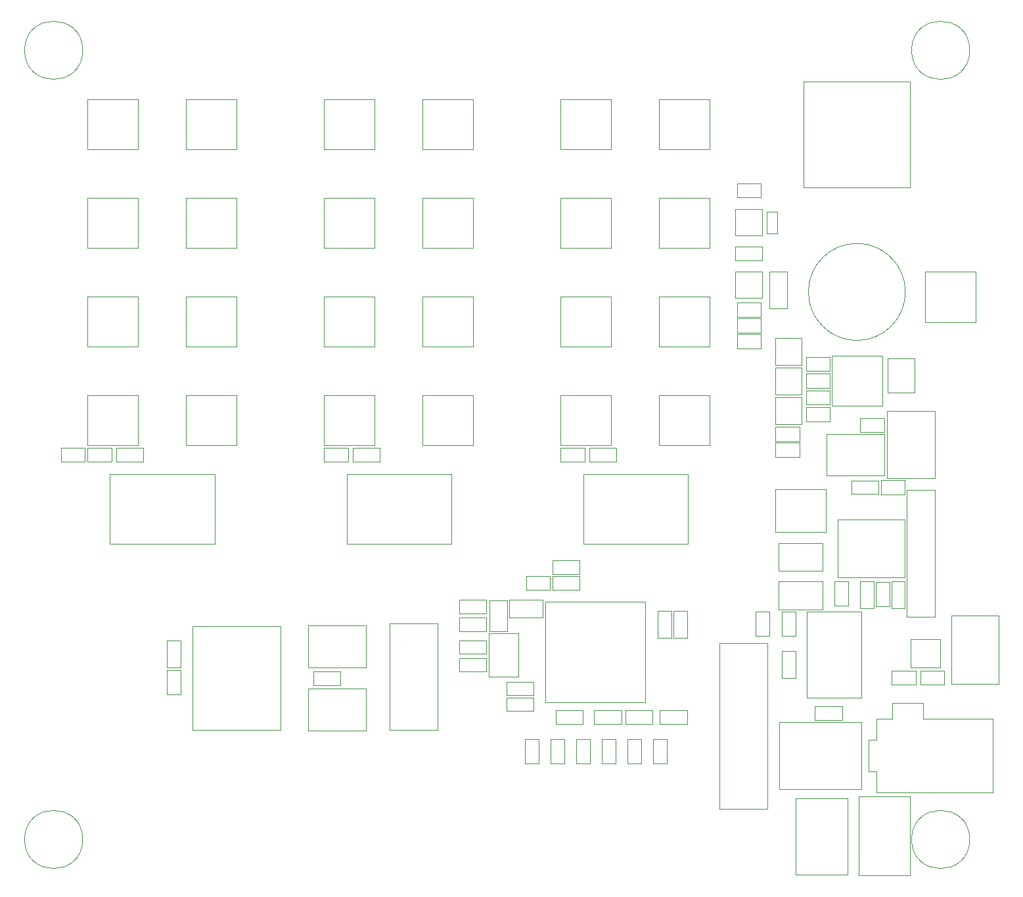
<source format=gbr>
G04 #@! TF.GenerationSoftware,KiCad,Pcbnew,(5.0.1-3-g963ef8bb5)*
G04 #@! TF.CreationDate,2018-10-27T20:23:32-05:00*
G04 #@! TF.ProjectId,kbxBinaryClock.v4,6B627842696E617279436C6F636B2E76,rev?*
G04 #@! TF.SameCoordinates,Original*
G04 #@! TF.FileFunction,Other,User*
%FSLAX46Y46*%
G04 Gerber Fmt 4.6, Leading zero omitted, Abs format (unit mm)*
G04 Created by KiCad (PCBNEW (5.0.1-3-g963ef8bb5)) date Saturday, October 27, 2018 at 08:23:32 PM*
%MOMM*%
%LPD*%
G01*
G04 APERTURE LIST*
%ADD10C,0.050000*%
G04 APERTURE END LIST*
D10*
G04 #@! TO.C,U7*
X133143000Y-113442000D02*
X133143000Y-118842000D01*
X140603000Y-113442000D02*
X140603000Y-118842000D01*
X133143000Y-113442000D02*
X140603000Y-113442000D01*
X133143000Y-118842000D02*
X140603000Y-118842000D01*
G04 #@! TO.C,U5*
X118201000Y-113506000D02*
X129601000Y-113506000D01*
X129601000Y-113506000D02*
X129601000Y-126906000D01*
X129601000Y-126906000D02*
X118201000Y-126906000D01*
X118201000Y-126906000D02*
X118201000Y-113506000D01*
G04 #@! TO.C,U1*
X163677000Y-110395000D02*
X163677000Y-123295000D01*
X176577000Y-110395000D02*
X176577000Y-123295000D01*
X163677000Y-110395000D02*
X176577000Y-110395000D01*
X163677000Y-123295000D02*
X176577000Y-123295000D01*
G04 #@! TO.C,R3*
X200903000Y-110836000D02*
X200903000Y-107736000D01*
X200903000Y-110836000D02*
X202703000Y-110836000D01*
X202703000Y-107736000D02*
X200903000Y-107736000D01*
X202703000Y-107736000D02*
X202703000Y-110836000D01*
G04 #@! TO.C,R8*
X206237000Y-110958000D02*
X206237000Y-107858000D01*
X206237000Y-110958000D02*
X208037000Y-110958000D01*
X208037000Y-107858000D02*
X206237000Y-107858000D01*
X208037000Y-107858000D02*
X208037000Y-110958000D01*
G04 #@! TO.C,C22*
X208289000Y-111208000D02*
X208289000Y-107708000D01*
X208289000Y-111208000D02*
X210039000Y-111208000D01*
X210039000Y-107708000D02*
X208289000Y-107708000D01*
X210039000Y-107708000D02*
X210039000Y-111208000D01*
G04 #@! TO.C,R7*
X190743000Y-114773000D02*
X190743000Y-111673000D01*
X190743000Y-114773000D02*
X192543000Y-114773000D01*
X192543000Y-111673000D02*
X190743000Y-111673000D01*
X192543000Y-111673000D02*
X192543000Y-114773000D01*
G04 #@! TO.C,R6*
X194172000Y-114773000D02*
X194172000Y-111673000D01*
X194172000Y-114773000D02*
X195972000Y-114773000D01*
X195972000Y-111673000D02*
X194172000Y-111673000D01*
X195972000Y-111673000D02*
X195972000Y-114773000D01*
G04 #@! TO.C,C5*
X205985000Y-107708000D02*
X205985000Y-111208000D01*
X205985000Y-107708000D02*
X204235000Y-107708000D01*
X204235000Y-111208000D02*
X205985000Y-111208000D01*
X204235000Y-111208000D02*
X204235000Y-107708000D01*
G04 #@! TO.C,P2*
X201395000Y-99805000D02*
X201395000Y-107205000D01*
X201395000Y-107205000D02*
X209995000Y-107205000D01*
X209995000Y-107205000D02*
X209995000Y-99805000D01*
X209995000Y-99805000D02*
X201395000Y-99805000D01*
G04 #@! TO.C,C13*
X164604000Y-105038000D02*
X168104000Y-105038000D01*
X164604000Y-105038000D02*
X164604000Y-106788000D01*
X168104000Y-106788000D02*
X168104000Y-105038000D01*
X168104000Y-106788000D02*
X164604000Y-106788000D01*
G04 #@! TO.C,U8*
X133143000Y-121570000D02*
X133143000Y-126970000D01*
X140603000Y-121570000D02*
X140603000Y-126970000D01*
X133143000Y-121570000D02*
X140603000Y-121570000D01*
X133143000Y-126970000D02*
X140603000Y-126970000D01*
G04 #@! TO.C,R20*
X200371000Y-80656000D02*
X197271000Y-80656000D01*
X200371000Y-80656000D02*
X200371000Y-78856000D01*
X197271000Y-78856000D02*
X197271000Y-80656000D01*
X197271000Y-78856000D02*
X200371000Y-78856000D01*
G04 #@! TO.C,Q5*
X193308000Y-84038500D02*
X196708000Y-84038500D01*
X196708000Y-84038500D02*
X196708000Y-87538500D01*
X196708000Y-87538500D02*
X193308000Y-87538500D01*
X193308000Y-87538500D02*
X193308000Y-84038500D01*
G04 #@! TO.C,R22*
X197271000Y-83174000D02*
X200371000Y-83174000D01*
X197271000Y-83174000D02*
X197271000Y-84974000D01*
X200371000Y-84974000D02*
X200371000Y-83174000D01*
X200371000Y-84974000D02*
X197271000Y-84974000D01*
G04 #@! TO.C,R21*
X197271000Y-81015000D02*
X200371000Y-81015000D01*
X197271000Y-81015000D02*
X197271000Y-82815000D01*
X200371000Y-82815000D02*
X200371000Y-81015000D01*
X200371000Y-82815000D02*
X197271000Y-82815000D01*
G04 #@! TO.C,C21*
X133775000Y-119326000D02*
X137275000Y-119326000D01*
X133775000Y-119326000D02*
X133775000Y-121076000D01*
X137275000Y-121076000D02*
X137275000Y-119326000D01*
X137275000Y-121076000D02*
X133775000Y-121076000D01*
G04 #@! TO.C,R27*
X196429000Y-89673000D02*
X193329000Y-89673000D01*
X196429000Y-89673000D02*
X196429000Y-87873000D01*
X193329000Y-87873000D02*
X193329000Y-89673000D01*
X193329000Y-87873000D02*
X196429000Y-87873000D01*
G04 #@! TO.C,Q4*
X193292000Y-80226000D02*
X196692000Y-80226000D01*
X196692000Y-80226000D02*
X196692000Y-83726000D01*
X196692000Y-83726000D02*
X193292000Y-83726000D01*
X193292000Y-83726000D02*
X193292000Y-80226000D01*
G04 #@! TO.C,R26*
X196434000Y-91705000D02*
X193334000Y-91705000D01*
X196434000Y-91705000D02*
X196434000Y-89905000D01*
X193334000Y-89905000D02*
X193334000Y-91705000D01*
X193334000Y-89905000D02*
X196434000Y-89905000D01*
G04 #@! TO.C,R13*
X176033000Y-128051000D02*
X176033000Y-131151000D01*
X176033000Y-128051000D02*
X174233000Y-128051000D01*
X174233000Y-131151000D02*
X176033000Y-131151000D01*
X174233000Y-131151000D02*
X174233000Y-128051000D01*
G04 #@! TO.C,R14*
X179335000Y-128051000D02*
X179335000Y-131151000D01*
X179335000Y-128051000D02*
X177535000Y-128051000D01*
X177535000Y-131151000D02*
X179335000Y-131151000D01*
X177535000Y-131151000D02*
X177535000Y-128051000D01*
G04 #@! TO.C,C7*
X162167000Y-124451000D02*
X158667000Y-124451000D01*
X162167000Y-124451000D02*
X162167000Y-122701000D01*
X158667000Y-122701000D02*
X158667000Y-124451000D01*
X158667000Y-122701000D02*
X162167000Y-122701000D01*
G04 #@! TO.C,C2*
X156071000Y-119371000D02*
X152571000Y-119371000D01*
X156071000Y-119371000D02*
X156071000Y-117621000D01*
X152571000Y-117621000D02*
X152571000Y-119371000D01*
X152571000Y-117621000D02*
X156071000Y-117621000D01*
G04 #@! TO.C,SB1*
X159013000Y-112402000D02*
X159013000Y-110102000D01*
X159013000Y-110102000D02*
X163313000Y-110102000D01*
X163313000Y-110102000D02*
X163313000Y-112402000D01*
X163313000Y-112402000D02*
X159013000Y-112402000D01*
G04 #@! TO.C,Y1*
X156388000Y-120009000D02*
X160188000Y-120009000D01*
X160188000Y-120009000D02*
X160188000Y-114409000D01*
X160188000Y-114409000D02*
X156388000Y-114409000D01*
X156388000Y-114409000D02*
X156388000Y-120009000D01*
G04 #@! TO.C,C1*
X156071000Y-117085000D02*
X152571000Y-117085000D01*
X156071000Y-117085000D02*
X156071000Y-115335000D01*
X152571000Y-115335000D02*
X152571000Y-117085000D01*
X152571000Y-115335000D02*
X156071000Y-115335000D01*
G04 #@! TO.C,C6*
X162167000Y-122419000D02*
X158667000Y-122419000D01*
X162167000Y-122419000D02*
X162167000Y-120669000D01*
X158667000Y-120669000D02*
X158667000Y-122419000D01*
X158667000Y-120669000D02*
X162167000Y-120669000D01*
G04 #@! TO.C,C4*
X152571000Y-112404000D02*
X156071000Y-112404000D01*
X152571000Y-112404000D02*
X152571000Y-114154000D01*
X156071000Y-114154000D02*
X156071000Y-112404000D01*
X156071000Y-114154000D02*
X152571000Y-114154000D01*
G04 #@! TO.C,Y2*
X158757000Y-110161000D02*
X158757000Y-114161000D01*
X156457000Y-110161000D02*
X156457000Y-114161000D01*
X158757000Y-110161000D02*
X156457000Y-110161000D01*
X158757000Y-114161000D02*
X156457000Y-114161000D01*
G04 #@! TO.C,MH1*
X104080000Y-140970000D02*
G75*
G03X104080000Y-140970000I-3750000J0D01*
G01*
G04 #@! TO.C,C3*
X156071000Y-111878000D02*
X152571000Y-111878000D01*
X156071000Y-111878000D02*
X156071000Y-110128000D01*
X152571000Y-110128000D02*
X152571000Y-111878000D01*
X152571000Y-110128000D02*
X156071000Y-110128000D01*
G04 #@! TO.C,R11*
X169429000Y-128051000D02*
X169429000Y-131151000D01*
X169429000Y-128051000D02*
X167629000Y-128051000D01*
X167629000Y-131151000D02*
X169429000Y-131151000D01*
X167629000Y-131151000D02*
X167629000Y-128051000D01*
G04 #@! TO.C,C14*
X169970000Y-124342000D02*
X173470000Y-124342000D01*
X169970000Y-124342000D02*
X169970000Y-126092000D01*
X173470000Y-126092000D02*
X173470000Y-124342000D01*
X173470000Y-126092000D02*
X169970000Y-126092000D01*
G04 #@! TO.C,R10*
X166127000Y-128051000D02*
X166127000Y-131151000D01*
X166127000Y-128051000D02*
X164327000Y-128051000D01*
X164327000Y-131151000D02*
X166127000Y-131151000D01*
X164327000Y-131151000D02*
X164327000Y-128051000D01*
G04 #@! TO.C,R12*
X172731000Y-128051000D02*
X172731000Y-131151000D01*
X172731000Y-128051000D02*
X170931000Y-128051000D01*
X170931000Y-131151000D02*
X172731000Y-131151000D01*
X170931000Y-131151000D02*
X170931000Y-128051000D01*
G04 #@! TO.C,R9*
X162825000Y-128051000D02*
X162825000Y-131151000D01*
X162825000Y-128051000D02*
X161025000Y-128051000D01*
X161025000Y-131151000D02*
X162825000Y-131151000D01*
X161025000Y-131151000D02*
X161025000Y-128051000D01*
G04 #@! TO.C,C11*
X177502000Y-126102000D02*
X174002000Y-126102000D01*
X177502000Y-126102000D02*
X177502000Y-124352000D01*
X174002000Y-124352000D02*
X174002000Y-126102000D01*
X174002000Y-124352000D02*
X177502000Y-124352000D01*
G04 #@! TO.C,C10*
X168517000Y-126102000D02*
X165017000Y-126102000D01*
X168517000Y-126102000D02*
X168517000Y-124352000D01*
X165017000Y-124352000D02*
X165017000Y-126102000D01*
X165017000Y-124352000D02*
X168517000Y-124352000D01*
G04 #@! TO.C,C12*
X164604000Y-107070000D02*
X168104000Y-107070000D01*
X164604000Y-107070000D02*
X164604000Y-108820000D01*
X168104000Y-108820000D02*
X168104000Y-107070000D01*
X168104000Y-108820000D02*
X164604000Y-108820000D01*
G04 #@! TO.C,C8*
X179950000Y-111518000D02*
X179950000Y-115018000D01*
X179950000Y-111518000D02*
X178200000Y-111518000D01*
X178200000Y-115018000D02*
X179950000Y-115018000D01*
X178200000Y-115018000D02*
X178200000Y-111518000D01*
G04 #@! TO.C,C9*
X181982000Y-111518000D02*
X181982000Y-115018000D01*
X181982000Y-111518000D02*
X180232000Y-111518000D01*
X180232000Y-115018000D02*
X181982000Y-115018000D01*
X180232000Y-115018000D02*
X180232000Y-111518000D01*
G04 #@! TO.C,C15*
X178447000Y-124342000D02*
X181947000Y-124342000D01*
X178447000Y-124342000D02*
X178447000Y-126092000D01*
X181947000Y-126092000D02*
X181947000Y-124342000D01*
X181947000Y-126092000D02*
X178447000Y-126092000D01*
G04 #@! TO.C,R23*
X161203000Y-107050000D02*
X164303000Y-107050000D01*
X161203000Y-107050000D02*
X161203000Y-108850000D01*
X164303000Y-108850000D02*
X164303000Y-107050000D01*
X164303000Y-108850000D02*
X161203000Y-108850000D01*
G04 #@! TO.C,R24*
X114924000Y-122261000D02*
X114924000Y-119161000D01*
X114924000Y-122261000D02*
X116724000Y-122261000D01*
X116724000Y-119161000D02*
X114924000Y-119161000D01*
X116724000Y-119161000D02*
X116724000Y-122261000D01*
G04 #@! TO.C,C19*
X114944000Y-118860000D02*
X114944000Y-115360000D01*
X114944000Y-118860000D02*
X116694000Y-118860000D01*
X116694000Y-115360000D02*
X114944000Y-115360000D01*
X116694000Y-115360000D02*
X116694000Y-118860000D01*
G04 #@! TO.C,C16*
X108375000Y-90560000D02*
X111875000Y-90560000D01*
X108375000Y-90560000D02*
X108375000Y-92310000D01*
X111875000Y-92310000D02*
X111875000Y-90560000D01*
X111875000Y-92310000D02*
X108375000Y-92310000D01*
G04 #@! TO.C,R15*
X107783000Y-92340000D02*
X104683000Y-92340000D01*
X107783000Y-92340000D02*
X107783000Y-90540000D01*
X104683000Y-90540000D02*
X104683000Y-92340000D01*
X104683000Y-90540000D02*
X107783000Y-90540000D01*
G04 #@! TO.C,R16*
X138263000Y-92340000D02*
X135163000Y-92340000D01*
X138263000Y-92340000D02*
X138263000Y-90540000D01*
X135163000Y-90540000D02*
X135163000Y-92340000D01*
X135163000Y-90540000D02*
X138263000Y-90540000D01*
G04 #@! TO.C,C17*
X138855000Y-90560000D02*
X142355000Y-90560000D01*
X138855000Y-90560000D02*
X138855000Y-92310000D01*
X142355000Y-92310000D02*
X142355000Y-90560000D01*
X142355000Y-92310000D02*
X138855000Y-92310000D01*
G04 #@! TO.C,R17*
X168748000Y-92340000D02*
X165648000Y-92340000D01*
X168748000Y-92340000D02*
X168748000Y-90540000D01*
X165648000Y-90540000D02*
X165648000Y-92340000D01*
X165648000Y-90540000D02*
X168748000Y-90540000D01*
G04 #@! TO.C,C18*
X169335000Y-90560000D02*
X172835000Y-90560000D01*
X169335000Y-90560000D02*
X169335000Y-92310000D01*
X172835000Y-92310000D02*
X172835000Y-90560000D01*
X172835000Y-92310000D02*
X169335000Y-92310000D01*
G04 #@! TO.C,R25*
X200371000Y-87133000D02*
X197271000Y-87133000D01*
X200371000Y-87133000D02*
X200371000Y-85333000D01*
X197271000Y-85333000D02*
X197271000Y-87133000D01*
X197271000Y-85333000D02*
X200371000Y-85333000D01*
G04 #@! TO.C,R18*
X101259000Y-90540000D02*
X104359000Y-90540000D01*
X101259000Y-90540000D02*
X101259000Y-92340000D01*
X104359000Y-92340000D02*
X104359000Y-90540000D01*
X104359000Y-92340000D02*
X101259000Y-92340000D01*
G04 #@! TO.C,Q3*
X193308000Y-76418500D02*
X196708000Y-76418500D01*
X196708000Y-76418500D02*
X196708000Y-79918500D01*
X196708000Y-79918500D02*
X193308000Y-79918500D01*
X193308000Y-79918500D02*
X193308000Y-76418500D01*
G04 #@! TO.C,J1*
X186160000Y-115675000D02*
X186160000Y-137025000D01*
X186160000Y-137025000D02*
X192310000Y-137025000D01*
X192310000Y-137025000D02*
X192310000Y-115675000D01*
X192310000Y-115675000D02*
X186160000Y-115675000D01*
G04 #@! TO.C,P1*
X222110000Y-120970000D02*
X222110000Y-112170000D01*
X216010000Y-112170000D02*
X222110000Y-112170000D01*
X216010000Y-120970000D02*
X216010000Y-112170000D01*
X222110000Y-120970000D02*
X216010000Y-120970000D01*
G04 #@! TO.C,U4*
X168570000Y-93940000D02*
X168570000Y-102940000D01*
X182045000Y-93940000D02*
X168570000Y-93940000D01*
X182045000Y-102940000D02*
X182045000Y-93940000D01*
X168570000Y-102940000D02*
X182045000Y-102940000D01*
G04 #@! TO.C,MH4*
X218380000Y-140970000D02*
G75*
G03X218380000Y-140970000I-3750000J0D01*
G01*
G04 #@! TO.C,MH3*
X218380000Y-39370000D02*
G75*
G03X218380000Y-39370000I-3750000J0D01*
G01*
G04 #@! TO.C,MH2*
X104080000Y-39370000D02*
G75*
G03X104080000Y-39370000I-3750000J0D01*
G01*
G04 #@! TO.C,U3*
X138097000Y-93940000D02*
X138097000Y-102940000D01*
X151572000Y-93940000D02*
X138097000Y-93940000D01*
X151572000Y-102940000D02*
X151572000Y-93940000D01*
X138097000Y-102940000D02*
X151572000Y-102940000D01*
G04 #@! TO.C,U2*
X107587000Y-93940000D02*
X107587000Y-102940000D01*
X121062000Y-93940000D02*
X107587000Y-93940000D01*
X121062000Y-102940000D02*
X121062000Y-93940000D01*
X107587000Y-102940000D02*
X121062000Y-102940000D01*
G04 #@! TO.C,C26*
X196985000Y-43355000D02*
X196985000Y-57055000D01*
X210685000Y-43355000D02*
X196985000Y-43355000D01*
X210685000Y-57055000D02*
X210685000Y-43355000D01*
X196985000Y-57055000D02*
X210685000Y-57055000D01*
G04 #@! TO.C,F1*
X204066000Y-135404000D02*
X210666000Y-135404000D01*
X204066000Y-145604000D02*
X210666000Y-145604000D01*
X210666000Y-145604000D02*
X210666000Y-135404000D01*
X204066000Y-145604000D02*
X204066000Y-135404000D01*
G04 #@! TO.C,BZ1*
X210085000Y-70475000D02*
G75*
G03X210085000Y-70475000I-6250000J0D01*
G01*
G04 #@! TO.C,LED1*
X184860000Y-83740000D02*
X178360000Y-83740000D01*
X178360000Y-83740000D02*
X178360000Y-90240000D01*
X178360000Y-90240000D02*
X184860000Y-90240000D01*
X184860000Y-90240000D02*
X184860000Y-83740000D01*
G04 #@! TO.C,LED2*
X184860000Y-71040000D02*
X178360000Y-71040000D01*
X178360000Y-71040000D02*
X178360000Y-77540000D01*
X178360000Y-77540000D02*
X184860000Y-77540000D01*
X184860000Y-77540000D02*
X184860000Y-71040000D01*
G04 #@! TO.C,LED3*
X184860000Y-58340000D02*
X178360000Y-58340000D01*
X178360000Y-58340000D02*
X178360000Y-64840000D01*
X178360000Y-64840000D02*
X184860000Y-64840000D01*
X184860000Y-64840000D02*
X184860000Y-58340000D01*
G04 #@! TO.C,LED4*
X184860000Y-45640000D02*
X178360000Y-45640000D01*
X178360000Y-45640000D02*
X178360000Y-52140000D01*
X178360000Y-52140000D02*
X184860000Y-52140000D01*
X184860000Y-52140000D02*
X184860000Y-45640000D01*
G04 #@! TO.C,LED5*
X172160000Y-83740000D02*
X165660000Y-83740000D01*
X165660000Y-83740000D02*
X165660000Y-90240000D01*
X165660000Y-90240000D02*
X172160000Y-90240000D01*
X172160000Y-90240000D02*
X172160000Y-83740000D01*
G04 #@! TO.C,LED6*
X172160000Y-71040000D02*
X165660000Y-71040000D01*
X165660000Y-71040000D02*
X165660000Y-77540000D01*
X165660000Y-77540000D02*
X172160000Y-77540000D01*
X172160000Y-77540000D02*
X172160000Y-71040000D01*
G04 #@! TO.C,LED7*
X172160000Y-58340000D02*
X165660000Y-58340000D01*
X165660000Y-58340000D02*
X165660000Y-64840000D01*
X165660000Y-64840000D02*
X172160000Y-64840000D01*
X172160000Y-64840000D02*
X172160000Y-58340000D01*
G04 #@! TO.C,LED8*
X172160000Y-45640000D02*
X165660000Y-45640000D01*
X165660000Y-45640000D02*
X165660000Y-52140000D01*
X165660000Y-52140000D02*
X172160000Y-52140000D01*
X172160000Y-52140000D02*
X172160000Y-45640000D01*
G04 #@! TO.C,LED9*
X154380000Y-83740000D02*
X147880000Y-83740000D01*
X147880000Y-83740000D02*
X147880000Y-90240000D01*
X147880000Y-90240000D02*
X154380000Y-90240000D01*
X154380000Y-90240000D02*
X154380000Y-83740000D01*
G04 #@! TO.C,LED10*
X154380000Y-71040000D02*
X147880000Y-71040000D01*
X147880000Y-71040000D02*
X147880000Y-77540000D01*
X147880000Y-77540000D02*
X154380000Y-77540000D01*
X154380000Y-77540000D02*
X154380000Y-71040000D01*
G04 #@! TO.C,LED11*
X154380000Y-58340000D02*
X147880000Y-58340000D01*
X147880000Y-58340000D02*
X147880000Y-64840000D01*
X147880000Y-64840000D02*
X154380000Y-64840000D01*
X154380000Y-64840000D02*
X154380000Y-58340000D01*
G04 #@! TO.C,LED12*
X154380000Y-45640000D02*
X147880000Y-45640000D01*
X147880000Y-45640000D02*
X147880000Y-52140000D01*
X147880000Y-52140000D02*
X154380000Y-52140000D01*
X154380000Y-52140000D02*
X154380000Y-45640000D01*
G04 #@! TO.C,LED13*
X141680000Y-83740000D02*
X135180000Y-83740000D01*
X135180000Y-83740000D02*
X135180000Y-90240000D01*
X135180000Y-90240000D02*
X141680000Y-90240000D01*
X141680000Y-90240000D02*
X141680000Y-83740000D01*
G04 #@! TO.C,LED14*
X141680000Y-71040000D02*
X135180000Y-71040000D01*
X135180000Y-71040000D02*
X135180000Y-77540000D01*
X135180000Y-77540000D02*
X141680000Y-77540000D01*
X141680000Y-77540000D02*
X141680000Y-71040000D01*
G04 #@! TO.C,LED15*
X141680000Y-58340000D02*
X135180000Y-58340000D01*
X135180000Y-58340000D02*
X135180000Y-64840000D01*
X135180000Y-64840000D02*
X141680000Y-64840000D01*
X141680000Y-64840000D02*
X141680000Y-58340000D01*
G04 #@! TO.C,LED16*
X141680000Y-45640000D02*
X135180000Y-45640000D01*
X135180000Y-45640000D02*
X135180000Y-52140000D01*
X135180000Y-52140000D02*
X141680000Y-52140000D01*
X141680000Y-52140000D02*
X141680000Y-45640000D01*
G04 #@! TO.C,LED17*
X123900000Y-83740000D02*
X117400000Y-83740000D01*
X117400000Y-83740000D02*
X117400000Y-90240000D01*
X117400000Y-90240000D02*
X123900000Y-90240000D01*
X123900000Y-90240000D02*
X123900000Y-83740000D01*
G04 #@! TO.C,LED18*
X123900000Y-71040000D02*
X117400000Y-71040000D01*
X117400000Y-71040000D02*
X117400000Y-77540000D01*
X117400000Y-77540000D02*
X123900000Y-77540000D01*
X123900000Y-77540000D02*
X123900000Y-71040000D01*
G04 #@! TO.C,LED19*
X123900000Y-58340000D02*
X117400000Y-58340000D01*
X117400000Y-58340000D02*
X117400000Y-64840000D01*
X117400000Y-64840000D02*
X123900000Y-64840000D01*
X123900000Y-64840000D02*
X123900000Y-58340000D01*
G04 #@! TO.C,LED20*
X123900000Y-45640000D02*
X117400000Y-45640000D01*
X117400000Y-45640000D02*
X117400000Y-52140000D01*
X117400000Y-52140000D02*
X123900000Y-52140000D01*
X123900000Y-52140000D02*
X123900000Y-45640000D01*
G04 #@! TO.C,LED21*
X111200000Y-83740000D02*
X104700000Y-83740000D01*
X104700000Y-83740000D02*
X104700000Y-90240000D01*
X104700000Y-90240000D02*
X111200000Y-90240000D01*
X111200000Y-90240000D02*
X111200000Y-83740000D01*
G04 #@! TO.C,LED22*
X111200000Y-71040000D02*
X104700000Y-71040000D01*
X104700000Y-71040000D02*
X104700000Y-77540000D01*
X104700000Y-77540000D02*
X111200000Y-77540000D01*
X111200000Y-77540000D02*
X111200000Y-71040000D01*
G04 #@! TO.C,LED23*
X111200000Y-58340000D02*
X104700000Y-58340000D01*
X104700000Y-58340000D02*
X104700000Y-64840000D01*
X104700000Y-64840000D02*
X111200000Y-64840000D01*
X111200000Y-64840000D02*
X111200000Y-58340000D01*
G04 #@! TO.C,LED24*
X111200000Y-45640000D02*
X104700000Y-45640000D01*
X104700000Y-45640000D02*
X104700000Y-52140000D01*
X104700000Y-52140000D02*
X111200000Y-52140000D01*
X111200000Y-52140000D02*
X111200000Y-45640000D01*
G04 #@! TO.C,Q2*
X188115000Y-71280000D02*
X188115000Y-67880000D01*
X188115000Y-67880000D02*
X191615000Y-67880000D01*
X191615000Y-67880000D02*
X191615000Y-71280000D01*
X191615000Y-71280000D02*
X188115000Y-71280000D01*
G04 #@! TO.C,R1*
X215103000Y-121042000D02*
X212003000Y-121042000D01*
X215103000Y-121042000D02*
X215103000Y-119242000D01*
X212003000Y-119242000D02*
X212003000Y-121042000D01*
X212003000Y-119242000D02*
X215103000Y-119242000D01*
G04 #@! TO.C,R2*
X208315000Y-119242000D02*
X211415000Y-119242000D01*
X208315000Y-119242000D02*
X208315000Y-121042000D01*
X211415000Y-121042000D02*
X211415000Y-119242000D01*
X211415000Y-121042000D02*
X208315000Y-121042000D01*
G04 #@! TO.C,R4*
X188381000Y-75935000D02*
X191481000Y-75935000D01*
X188381000Y-75935000D02*
X188381000Y-77735000D01*
X191481000Y-77735000D02*
X191481000Y-75935000D01*
X191481000Y-77735000D02*
X188381000Y-77735000D01*
G04 #@! TO.C,R5*
X188381000Y-73903000D02*
X191481000Y-73903000D01*
X188381000Y-73903000D02*
X188381000Y-75703000D01*
X191481000Y-75703000D02*
X191481000Y-73903000D01*
X191481000Y-75703000D02*
X188381000Y-75703000D01*
G04 #@! TO.C,SW1*
X199378000Y-111363000D02*
X193778000Y-111363000D01*
X193778000Y-111363000D02*
X193778000Y-107763000D01*
X193778000Y-107763000D02*
X199378000Y-107763000D01*
X199378000Y-107763000D02*
X199378000Y-111363000D01*
G04 #@! TO.C,C24*
X201918000Y-125594000D02*
X198418000Y-125594000D01*
X201918000Y-125594000D02*
X201918000Y-123844000D01*
X198418000Y-123844000D02*
X198418000Y-125594000D01*
X198418000Y-123844000D02*
X201918000Y-123844000D01*
G04 #@! TO.C,C25*
X195952000Y-116725000D02*
X195952000Y-120225000D01*
X195952000Y-116725000D02*
X194202000Y-116725000D01*
X194202000Y-120225000D02*
X195952000Y-120225000D01*
X194202000Y-120225000D02*
X194202000Y-116725000D01*
G04 #@! TO.C,RV1*
X199876000Y-101429000D02*
X199876000Y-95929000D01*
X199876000Y-95929000D02*
X193326000Y-95929000D01*
X193326000Y-95929000D02*
X193326000Y-101429000D01*
X193326000Y-101429000D02*
X199876000Y-101429000D01*
G04 #@! TO.C,LED25*
X207085000Y-78660000D02*
X200585000Y-78660000D01*
X200585000Y-78660000D02*
X200585000Y-85160000D01*
X200585000Y-85160000D02*
X207085000Y-85160000D01*
X207085000Y-85160000D02*
X207085000Y-78660000D01*
G04 #@! TO.C,LED26*
X207800000Y-83480000D02*
X211300000Y-83480000D01*
X211300000Y-83480000D02*
X211300000Y-79080000D01*
X211300000Y-79080000D02*
X207800000Y-79080000D01*
X207800000Y-79080000D02*
X207800000Y-83480000D01*
G04 #@! TO.C,J3*
X207750000Y-85830000D02*
X207750000Y-94480000D01*
X207750000Y-94480000D02*
X213900000Y-94480000D01*
X213900000Y-94480000D02*
X213900000Y-85830000D01*
X213900000Y-85830000D02*
X207750000Y-85830000D01*
G04 #@! TO.C,C23*
X204434000Y-134465000D02*
X193834000Y-134465000D01*
X204434000Y-134465000D02*
X204434000Y-125885000D01*
X193834000Y-125885000D02*
X193834000Y-134465000D01*
X193834000Y-125885000D02*
X204434000Y-125885000D01*
G04 #@! TO.C,C27*
X191631000Y-66412000D02*
X188131000Y-66412000D01*
X191631000Y-66412000D02*
X191631000Y-64662000D01*
X188131000Y-64662000D02*
X188131000Y-66412000D01*
X188131000Y-64662000D02*
X191631000Y-64662000D01*
G04 #@! TO.C,D1*
X214541000Y-115228000D02*
X210741000Y-115228000D01*
X214541000Y-118828000D02*
X214541000Y-115228000D01*
X210741000Y-118828000D02*
X214541000Y-118828000D01*
X210741000Y-115228000D02*
X210741000Y-118828000D01*
G04 #@! TO.C,D2*
X192525000Y-72580000D02*
X192525000Y-67880000D01*
X192525000Y-67880000D02*
X194825000Y-67880000D01*
X194825000Y-67880000D02*
X194825000Y-72580000D01*
X192525000Y-72580000D02*
X194825000Y-72580000D01*
G04 #@! TO.C,D3*
X195913000Y-145518000D02*
X195913000Y-135718000D01*
X195913000Y-135718000D02*
X202613000Y-135718000D01*
X202613000Y-135718000D02*
X202613000Y-145518000D01*
X202613000Y-145518000D02*
X195913000Y-145518000D01*
G04 #@! TO.C,D4*
X188115000Y-63184000D02*
X188115000Y-59784000D01*
X188115000Y-59784000D02*
X191615000Y-59784000D01*
X191615000Y-59784000D02*
X191615000Y-63184000D01*
X191615000Y-63184000D02*
X188115000Y-63184000D01*
G04 #@! TO.C,D5*
X193583000Y-60156000D02*
X192243000Y-60156000D01*
X193583000Y-62956000D02*
X193583000Y-60156000D01*
X192243000Y-62956000D02*
X193583000Y-62956000D01*
X192243000Y-60156000D02*
X192243000Y-62956000D01*
G04 #@! TO.C,Q1*
X219150000Y-67900000D02*
X212650000Y-67900000D01*
X212650000Y-67900000D02*
X212650000Y-74350000D01*
X212650000Y-74350000D02*
X219150000Y-74350000D01*
X219150000Y-74350000D02*
X219150000Y-67900000D01*
G04 #@! TO.C,R19*
X188381000Y-71871000D02*
X191481000Y-71871000D01*
X188381000Y-71871000D02*
X188381000Y-73671000D01*
X191481000Y-73671000D02*
X191481000Y-71871000D01*
X191481000Y-73671000D02*
X188381000Y-73671000D01*
G04 #@! TO.C,R28*
X207356000Y-88530000D02*
X204256000Y-88530000D01*
X207356000Y-88530000D02*
X207356000Y-86730000D01*
X204256000Y-86730000D02*
X204256000Y-88530000D01*
X204256000Y-86730000D02*
X207356000Y-86730000D01*
G04 #@! TO.C,U6*
X199945000Y-88740000D02*
X199945000Y-94140000D01*
X207405000Y-88740000D02*
X207405000Y-94140000D01*
X199945000Y-88740000D02*
X207405000Y-88740000D01*
X199945000Y-94140000D02*
X207405000Y-94140000D01*
G04 #@! TO.C,U9*
X197420000Y-122762000D02*
X204420000Y-122762000D01*
X204420000Y-122762000D02*
X204420000Y-111662000D01*
X204420000Y-111662000D02*
X197420000Y-111662000D01*
X197420000Y-111662000D02*
X197420000Y-122762000D01*
G04 #@! TO.C,C20*
X203117000Y-94751000D02*
X206617000Y-94751000D01*
X203117000Y-94751000D02*
X203117000Y-96501000D01*
X206617000Y-96501000D02*
X206617000Y-94751000D01*
X206617000Y-96501000D02*
X203117000Y-96501000D01*
G04 #@! TO.C,J4*
X210290000Y-95990000D02*
X210290000Y-112290000D01*
X210290000Y-112290000D02*
X213890000Y-112290000D01*
X213890000Y-112290000D02*
X213890000Y-95990000D01*
X213890000Y-95990000D02*
X210290000Y-95990000D01*
G04 #@! TO.C,J5*
X221366000Y-125431000D02*
X221366000Y-134931000D01*
X212366000Y-125431000D02*
X221366000Y-125431000D01*
X212366000Y-123431000D02*
X212366000Y-125431000D01*
X208366000Y-123431000D02*
X212366000Y-123431000D01*
X208366000Y-125431000D02*
X208366000Y-123431000D01*
X206366000Y-125431000D02*
X208366000Y-125431000D01*
X206366000Y-128181000D02*
X206366000Y-125431000D01*
X205366000Y-128181000D02*
X206366000Y-128181000D01*
X205366000Y-132181000D02*
X205366000Y-128181000D01*
X206366000Y-132181000D02*
X205366000Y-132181000D01*
X206366000Y-134681000D02*
X206366000Y-132181000D01*
X206366000Y-134931000D02*
X221366000Y-134931000D01*
X206366000Y-134681000D02*
X206366000Y-134931000D01*
G04 #@! TO.C,R29*
X206918000Y-94731000D02*
X210018000Y-94731000D01*
X206918000Y-94731000D02*
X206918000Y-96531000D01*
X210018000Y-96531000D02*
X210018000Y-94731000D01*
X210018000Y-96531000D02*
X206918000Y-96531000D01*
G04 #@! TO.C,R30*
X191481000Y-58304000D02*
X188381000Y-58304000D01*
X191481000Y-58304000D02*
X191481000Y-56504000D01*
X188381000Y-56504000D02*
X188381000Y-58304000D01*
X188381000Y-56504000D02*
X191481000Y-56504000D01*
G04 #@! TO.C,J2*
X143615000Y-113135000D02*
X143615000Y-126885000D01*
X143615000Y-126885000D02*
X149765000Y-126885000D01*
X149765000Y-126885000D02*
X149765000Y-113135000D01*
X149765000Y-113135000D02*
X143615000Y-113135000D01*
G04 #@! TO.C,SW2*
X199378000Y-106410000D02*
X193778000Y-106410000D01*
X193778000Y-106410000D02*
X193778000Y-102810000D01*
X193778000Y-102810000D02*
X199378000Y-102810000D01*
X199378000Y-102810000D02*
X199378000Y-106410000D01*
G04 #@! TD*
M02*

</source>
